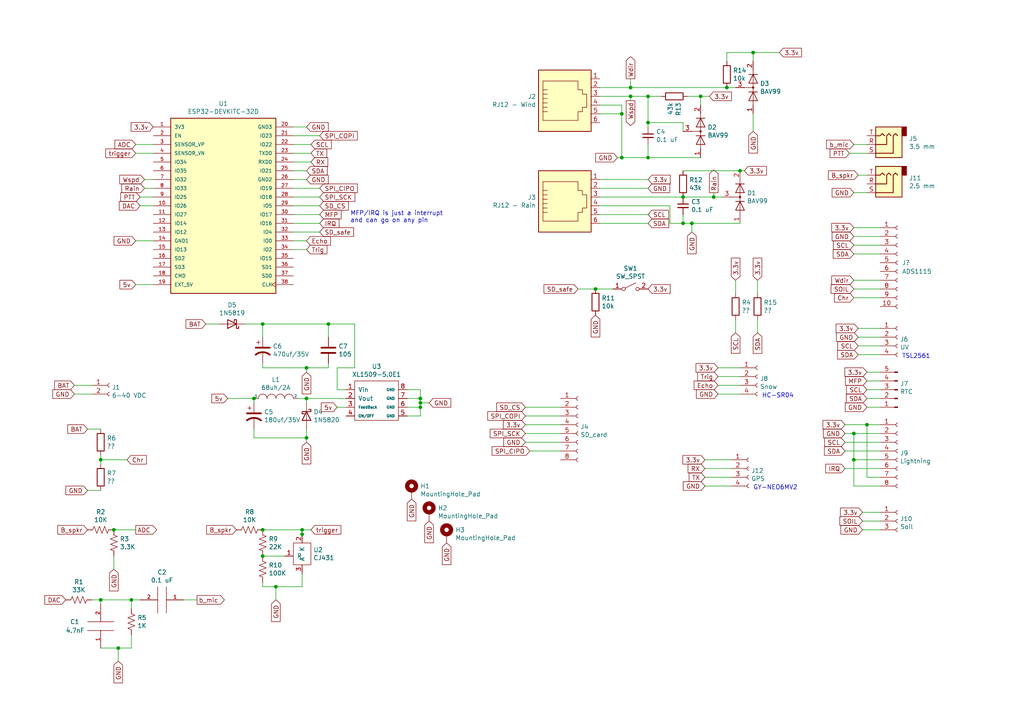
<source format=kicad_sch>
(kicad_sch (version 20211123) (generator eeschema)
  (paper "A4")
  (lib_symbols
    (symbol "Connector:AudioJack3"
      (property "Reference" "J" (at 0 8.89 0))
      (property "Value" "AudioJack3" (at 0 6.35 0))
      (symbol "AudioJack3_1_1"
        (pin passive line (at 5.08 0 180) (length 2.54) (name "~") (number "R"))
        (pin passive line (at 5.08 2.54 180) (length 2.54) (name "~") (number "S"))
        (pin passive line (at 5.08 -2.54 180) (length 2.54) (name "~") (number "T"))
      )
    )
    (symbol "Connector:Conn_01x02_Female" (pin_names (offset 1.016) hide)
      (property "Reference" "J" (at 0 2.54 0))
      (property "Value" "Conn_01x02_Female" (at 0 -5.08 0))
      (symbol "Conn_01x02_Female_1_1"
        (pin passive line (at -5.08 0 0) (length 3.81) (name "Pin_1") (number "1"))
        (pin passive line (at -5.08 -2.54 0) (length 3.81) (name "Pin_2") (number "2"))
      )
    )
    (symbol "Connector:Conn_01x03_Female" (pin_names (offset 1.016) hide)
      (property "Reference" "J" (at 0 5.08 0))
      (property "Value" "Conn_01x03_Female" (at 0 -5.08 0))
      (symbol "Conn_01x03_Female_1_1"
        (pin passive line (at -5.08 2.54 0) (length 3.81) (name "Pin_1") (number "1"))
        (pin passive line (at -5.08 0 0) (length 3.81) (name "Pin_2") (number "2"))
        (pin passive line (at -5.08 -2.54 0) (length 3.81) (name "Pin_3") (number "3"))
      )
    )
    (symbol "Connector:Conn_01x04_Female" (pin_names (offset 1.016) hide)
      (property "Reference" "J" (at 0 5.08 0))
      (property "Value" "Conn_01x04_Female" (at 0 -7.62 0))
      (symbol "Conn_01x04_Female_1_1"
        (pin passive line (at -5.08 2.54 0) (length 3.81) (name "Pin_1") (number "1"))
        (pin passive line (at -5.08 0 0) (length 3.81) (name "Pin_2") (number "2"))
        (pin passive line (at -5.08 -2.54 0) (length 3.81) (name "Pin_3") (number "3"))
        (pin passive line (at -5.08 -5.08 0) (length 3.81) (name "Pin_4") (number "4"))
      )
    )
    (symbol "Connector:Conn_01x05_Male" (pin_names (offset 1.016) hide)
      (property "Reference" "J" (at 0 7.62 0))
      (property "Value" "Conn_01x05_Male" (at 0 -7.62 0))
      (symbol "Conn_01x05_Male_1_1"
        (pin passive line (at 5.08 5.08 180) (length 3.81) (name "Pin_1") (number "1"))
        (pin passive line (at 5.08 2.54 180) (length 3.81) (name "Pin_2") (number "2"))
        (pin passive line (at 5.08 0 180) (length 3.81) (name "Pin_3") (number "3"))
        (pin passive line (at 5.08 -2.54 180) (length 3.81) (name "Pin_4") (number "4"))
        (pin passive line (at 5.08 -5.08 180) (length 3.81) (name "Pin_5") (number "5"))
      )
    )
    (symbol "Connector:Conn_01x08_Female" (pin_names (offset 1.016) hide)
      (property "Reference" "J" (at 0 10.16 0))
      (property "Value" "Conn_01x08_Female" (at 0 -12.7 0))
      (symbol "Conn_01x08_Female_1_1"
        (pin passive line (at -5.08 7.62 0) (length 3.81) (name "Pin_1") (number "1"))
        (pin passive line (at -5.08 5.08 0) (length 3.81) (name "Pin_2") (number "2"))
        (pin passive line (at -5.08 2.54 0) (length 3.81) (name "Pin_3") (number "3"))
        (pin passive line (at -5.08 0 0) (length 3.81) (name "Pin_4") (number "4"))
        (pin passive line (at -5.08 -2.54 0) (length 3.81) (name "Pin_5") (number "5"))
        (pin passive line (at -5.08 -5.08 0) (length 3.81) (name "Pin_6") (number "6"))
        (pin passive line (at -5.08 -7.62 0) (length 3.81) (name "Pin_7") (number "7"))
        (pin passive line (at -5.08 -10.16 0) (length 3.81) (name "Pin_8") (number "8"))
      )
    )
    (symbol "Connector:Conn_01x10_Female" (pin_names (offset 1.016) hide)
      (property "Reference" "J" (at 0 12.7 0))
      (property "Value" "Conn_01x10_Female" (at 0 -15.24 0))
      (symbol "Conn_01x10_Female_1_1"
        (pin passive line (at -5.08 10.16 0) (length 3.81) (name "Pin_1") (number "1"))
        (pin passive line (at -5.08 -12.7 0) (length 3.81) (name "Pin_10") (number "10"))
        (pin passive line (at -5.08 7.62 0) (length 3.81) (name "Pin_2") (number "2"))
        (pin passive line (at -5.08 5.08 0) (length 3.81) (name "Pin_3") (number "3"))
        (pin passive line (at -5.08 2.54 0) (length 3.81) (name "Pin_4") (number "4"))
        (pin passive line (at -5.08 0 0) (length 3.81) (name "Pin_5") (number "5"))
        (pin passive line (at -5.08 -2.54 0) (length 3.81) (name "Pin_6") (number "6"))
        (pin passive line (at -5.08 -5.08 0) (length 3.81) (name "Pin_7") (number "7"))
        (pin passive line (at -5.08 -7.62 0) (length 3.81) (name "Pin_8") (number "8"))
        (pin passive line (at -5.08 -10.16 0) (length 3.81) (name "Pin_9") (number "9"))
      )
    )
    (symbol "Connector:RJ12" (pin_names (offset 1.016))
      (property "Reference" "J" (at -5.08 11.43 0))
      (property "Value" "RJ12" (at 2.54 11.43 0))
      (symbol "RJ12_1_1"
        (pin passive line (at 10.16 -5.08 180) (length 2.54) (name "~") (number "1"))
        (pin passive line (at 10.16 -2.54 180) (length 2.54) (name "~") (number "2"))
        (pin passive line (at 10.16 0 180) (length 2.54) (name "~") (number "3"))
        (pin passive line (at 10.16 2.54 180) (length 2.54) (name "~") (number "4"))
        (pin passive line (at 10.16 5.08 180) (length 2.54) (name "~") (number "5"))
        (pin passive line (at 10.16 7.62 180) (length 2.54) (name "~") (number "6"))
      )
    )
    (symbol "Darty_stuff:XL1509-5.0E1" (pin_names (offset 1.016))
      (property "Reference" "U" (at 0 0 0))
      (property "Value" "Darty_stuff_XL1509-5.0E1" (at 0 0 0))
      (symbol "XL1509-5.0E1_1_1"
        (pin input line (at -6.35 10.16 0) (length 2.54) (name "Vin") (number "1"))
        (pin output line (at -6.35 7.62 0) (length 2.54) (name "Vout") (number "2"))
        (pin input line (at -6.35 5.08 0) (length 2.54) (name "FeedBack") (number "3"))
        (pin input line (at -6.35 2.54 0) (length 2.54) (name "ON/OFF") (number "4"))
        (pin input line (at 11.43 2.54 180) (length 2.54) (name "GND") (number "5"))
        (pin input line (at 11.43 5.08 180) (length 2.54) (name "GND") (number "6"))
        (pin input line (at 11.43 7.62 180) (length 2.54) (name "GND") (number "7"))
        (pin input line (at 11.43 10.16 180) (length 2.54) (name "GND") (number "8"))
      )
    )
    (symbol "Device:C" (pin_numbers hide) (pin_names (offset 0.254))
      (property "Reference" "C" (at 0.635 2.54 0))
      (property "Value" "C" (at 0.635 -2.54 0))
      (symbol "C_1_1"
        (pin passive line (at 0 3.81 270) (length 2.794) (name "~") (number "1"))
        (pin passive line (at 0 -3.81 90) (length 2.794) (name "~") (number "2"))
      )
    )
    (symbol "Device:CP1" (pin_numbers hide) (pin_names (offset 0.254) hide)
      (property "Reference" "C" (at 0.635 2.54 0))
      (property "Value" "Device_CP1" (at 0.635 -2.54 0))
      (symbol "CP1_1_1"
        (pin passive line (at 0 3.81 270) (length 2.794) (name "~") (number "1"))
        (pin passive line (at 0 -3.81 90) (length 3.302) (name "~") (number "2"))
      )
    )
    (symbol "Device:C_Small" (pin_numbers hide) (pin_names (offset 0.254) hide)
      (property "Reference" "C" (at 0.254 1.778 0))
      (property "Value" "C_Small" (at 0.254 -2.032 0))
      (symbol "C_Small_1_1"
        (pin passive line (at 0 2.54 270) (length 2.032) (name "~") (number "1"))
        (pin passive line (at 0 -2.54 90) (length 2.032) (name "~") (number "2"))
      )
    )
    (symbol "Device:R" (pin_numbers hide) (pin_names (offset 0))
      (property "Reference" "R" (at 2.032 0 90))
      (property "Value" "R" (at 0 0 90))
      (symbol "R_1_1"
        (pin passive line (at 0 3.81 270) (length 1.27) (name "~") (number "1"))
        (pin passive line (at 0 -3.81 90) (length 1.27) (name "~") (number "2"))
      )
    )
    (symbol "Device:R_US" (pin_numbers hide) (pin_names (offset 0))
      (property "Reference" "R" (at 2.54 0 90))
      (property "Value" "R_US" (at -2.54 0 90))
      (symbol "R_US_1_1"
        (pin passive line (at 0 3.81 270) (length 1.27) (name "~") (number "1"))
        (pin passive line (at 0 -3.81 90) (length 1.27) (name "~") (number "2"))
      )
    )
    (symbol "Diode:1N5819" (pin_numbers hide) (pin_names (offset 1.016) hide)
      (property "Reference" "D" (at 0 2.54 0))
      (property "Value" "1N5819" (at 0 -2.54 0))
      (symbol "1N5819_1_1"
        (pin passive line (at -3.81 0 0) (length 2.54) (name "K") (number "1"))
        (pin passive line (at 3.81 0 180) (length 2.54) (name "A") (number "2"))
      )
    )
    (symbol "Diode:1N5820" (pin_numbers hide) (pin_names (offset 1.016) hide)
      (property "Reference" "D" (at 0 2.54 0))
      (property "Value" "1N5820" (at 0 -2.54 0))
      (symbol "1N5820_1_1"
        (pin passive line (at -3.81 0 0) (length 2.54) (name "K") (number "1"))
        (pin passive line (at 3.81 0 180) (length 2.54) (name "A") (number "2"))
      )
    )
    (symbol "Diode:BAV99" (pin_names hide)
      (property "Reference" "D" (at 0 5.08 0))
      (property "Value" "BAV99" (at 0 2.54 0))
      (symbol "BAV99_1_1"
        (pin passive line (at -7.62 0 0) (length 2.54) (name "K") (number "1"))
        (pin passive line (at 7.62 0 180) (length 2.54) (name "A") (number "2"))
        (pin passive line (at 0 -5.08 90) (length 2.54) (name "K") (number "3"))
      )
    )
    (symbol "Mechanical:MountingHole_Pad" (pin_numbers hide) (pin_names (offset 1.016) hide)
      (property "Reference" "H" (at 0 6.35 0))
      (property "Value" "MountingHole_Pad" (at 0 4.445 0))
      (symbol "MountingHole_Pad_1_1"
        (pin input line (at 0 -2.54 90) (length 2.54) (name "1") (number "1"))
      )
    )
    (symbol "Switch:SW_SPST" (pin_names (offset 0) hide)
      (property "Reference" "SW" (at 0 3.175 0))
      (property "Value" "SW_SPST" (at 0 -2.54 0))
      (symbol "SW_SPST_1_1"
        (pin passive line (at -5.08 0 0) (length 2.54) (name "A") (number "1"))
        (pin passive line (at 5.08 0 180) (length 2.54) (name "B") (number "2"))
      )
    )
    (symbol "Weather-rescue:CJ431" (pin_names (offset 1.016))
      (property "Reference" "U" (at 0 2.54 0))
      (property "Value" "CJ431" (at 0 0 0))
      (symbol "CJ431_1_1"
        (pin bidirectional line (at -11.43 0 0) (length 2.54) (name "R") (number "1"))
        (pin bidirectional line (at -6.35 6.35 270) (length 2.54) (name "K") (number "2"))
        (pin bidirectional line (at -6.35 -5.08 90) (length 2.54) (name "A") (number "3"))
      )
    )
    (symbol "Weather-rescue:ESP32-DEVKITC-32D-ESP32-DEVKITC-32D" (pin_names (offset 1.016))
      (property "Reference" "U" (at -15.2654 26.0604 0))
      (property "Value" "ESP32-DEVKITC-32D-ESP32-DEVKITC-32D" (at -15.2654 -27.9654 0))
      (symbol "ESP32-DEVKITC-32D-ESP32-DEVKITC-32D_0_0"
        (pin power_in line (at -20.32 22.86 0) (length 5.08) (name "3V3") (number "1"))
        (pin bidirectional line (at -20.32 0 0) (length 5.08) (name "IO26") (number "10"))
        (pin bidirectional line (at -20.32 -2.54 0) (length 5.08) (name "IO27") (number "11"))
        (pin bidirectional line (at -20.32 -5.08 0) (length 5.08) (name "IO14") (number "12"))
        (pin bidirectional line (at -20.32 -7.62 0) (length 5.08) (name "IO12") (number "13"))
        (pin power_in line (at -20.32 -10.16 0) (length 5.08) (name "GND1") (number "14"))
        (pin bidirectional line (at -20.32 -12.7 0) (length 5.08) (name "IO13") (number "15"))
        (pin bidirectional line (at -20.32 -15.24 0) (length 5.08) (name "SD2") (number "16"))
        (pin bidirectional line (at -20.32 -17.78 0) (length 5.08) (name "SD3") (number "17"))
        (pin bidirectional line (at -20.32 -20.32 0) (length 5.08) (name "CMD") (number "18"))
        (pin power_in line (at -20.32 -22.86 0) (length 5.08) (name "EXT_5V") (number "19"))
        (pin input line (at -20.32 20.32 0) (length 5.08) (name "EN") (number "2"))
        (pin power_in line (at 20.32 22.86 180) (length 5.08) (name "GND3") (number "20"))
        (pin bidirectional line (at 20.32 20.32 180) (length 5.08) (name "IO23") (number "21"))
        (pin bidirectional line (at 20.32 17.78 180) (length 5.08) (name "IO22") (number "22"))
        (pin output line (at 20.32 15.24 180) (length 5.08) (name "TXD0") (number "23"))
        (pin input line (at 20.32 12.7 180) (length 5.08) (name "RXD0") (number "24"))
        (pin bidirectional line (at 20.32 10.16 180) (length 5.08) (name "IO21") (number "25"))
        (pin power_in line (at 20.32 7.62 180) (length 5.08) (name "GND2") (number "26"))
        (pin bidirectional line (at 20.32 5.08 180) (length 5.08) (name "IO19") (number "27"))
        (pin bidirectional line (at 20.32 2.54 180) (length 5.08) (name "IO18") (number "28"))
        (pin bidirectional line (at 20.32 0 180) (length 5.08) (name "IO5") (number "29"))
        (pin input line (at -20.32 17.78 0) (length 5.08) (name "SENSOR_VP") (number "3"))
        (pin bidirectional line (at 20.32 -2.54 180) (length 5.08) (name "IO17") (number "30"))
        (pin bidirectional line (at 20.32 -5.08 180) (length 5.08) (name "IO16") (number "31"))
        (pin bidirectional line (at 20.32 -7.62 180) (length 5.08) (name "IO4") (number "32"))
        (pin bidirectional line (at 20.32 -10.16 180) (length 5.08) (name "IO0") (number "33"))
        (pin bidirectional line (at 20.32 -12.7 180) (length 5.08) (name "IO2") (number "34"))
        (pin bidirectional line (at 20.32 -15.24 180) (length 5.08) (name "IO15") (number "35"))
        (pin bidirectional line (at 20.32 -17.78 180) (length 5.08) (name "SD1") (number "36"))
        (pin bidirectional line (at 20.32 -20.32 180) (length 5.08) (name "SD0") (number "37"))
        (pin input clock (at 20.32 -22.86 180) (length 5.08) (name "CLK") (number "38"))
        (pin input line (at -20.32 15.24 0) (length 5.08) (name "SENSOR_VN") (number "4"))
        (pin bidirectional line (at -20.32 12.7 0) (length 5.08) (name "IO34") (number "5"))
        (pin bidirectional line (at -20.32 10.16 0) (length 5.08) (name "IO35") (number "6"))
        (pin bidirectional line (at -20.32 7.62 0) (length 5.08) (name "IO32") (number "7"))
        (pin bidirectional line (at -20.32 5.08 0) (length 5.08) (name "IO33") (number "8"))
        (pin bidirectional line (at -20.32 2.54 0) (length 5.08) (name "IO25") (number "9"))
      )
    )
    (symbol "pspice:CAP" (pin_names (offset 0.254))
      (property "Reference" "C" (at 2.54 3.81 90))
      (property "Value" "CAP" (at 2.54 -3.81 90))
      (symbol "CAP_1_1"
        (pin passive line (at 0 6.35 270) (length 5.08) (name "~") (number "1"))
        (pin passive line (at 0 -6.35 90) (length 5.08) (name "~") (number "2"))
      )
    )
    (symbol "pspice:INDUCTOR" (pin_numbers hide) (pin_names (offset 0))
      (property "Reference" "L" (at 0 2.54 0))
      (property "Value" "INDUCTOR" (at 0 -1.27 0))
      (symbol "INDUCTOR_1_1"
        (pin input line (at -6.35 0 0) (length 1.27) (name "1") (number "1"))
        (pin input line (at 6.35 0 180) (length 1.27) (name "2") (number "2"))
      )
    )
  )
  (junction (at 247.65 133.35))
  (junction (at 88.9 127))
  (junction (at 121.92 115.57))
  (junction (at 88.9 106.68))
  (junction (at 73.66 115.57))
  (junction (at 180.34 45.72))
  (junction (at 121.92 118.11))
  (junction (at 29.21 133.35))
  (junction (at 87.63 154.94))
  (junction (at 172.72 83.82))
  (junction (at 87.63 153.67))
  (junction (at 76.2 153.67))
  (junction (at 198.12 57.15))
  (junction (at 88.9 115.57))
  (junction (at 38.1 173.99))
  (junction (at 187.96 45.72))
  (junction (at 251.46 123.19))
  (junction (at 247.65 125.73))
  (junction (at 207.01 57.15))
  (junction (at 180.34 33.02))
  (junction (at 187.96 35.56))
  (junction (at 198.12 64.77))
  (junction (at 182.88 27.94))
  (junction (at 29.21 173.99))
  (junction (at 34.29 187.96))
  (junction (at 200.66 64.77))
  (junction (at 182.88 25.4))
  (junction (at 76.2 161.29))
  (junction (at 95.25 93.98))
  (junction (at 218.44 15.24))
  (junction (at 80.01 170.18))
  (junction (at 187.96 27.94))
  (junction (at 214.63 49.53))
  (junction (at 121.92 116.84))
  (junction (at 33.02 153.67))
  (junction (at 210.82 25.4))
  (junction (at 76.2 93.98))
  (junction (at 203.2 27.94))
  (wire (pts (xy 187.96 54.61) (xy 173.99 54.61)))
  (wire (pts (xy 102.87 106.68) (xy 97.79 106.68)))
  (wire (pts (xy 97.79 118.11) (xy 100.33 118.11)))
  (wire (pts (xy 88.9 115.57) (xy 100.33 115.57)))
  (wire (pts (xy 194.31 64.77) (xy 198.12 64.77)))
  (wire (pts (xy 214.63 114.3) (xy 208.28 114.3)))
  (wire (pts (xy 173.99 62.23) (xy 187.96 62.23)))
  (wire (pts (xy 118.11 113.03) (xy 121.92 113.03)))
  (wire (pts (xy 247.65 83.82) (xy 255.27 83.82)))
  (wire (pts (xy 247.65 140.97) (xy 255.27 140.97)))
  (wire (pts (xy 25.4 124.46) (xy 29.21 124.46)))
  (wire (pts (xy 39.37 69.85) (xy 44.45 69.85)))
  (wire (pts (xy 87.63 170.18) (xy 80.01 170.18)))
  (wire (pts (xy 182.88 25.4) (xy 210.82 25.4)))
  (wire (pts (xy 92.71 67.31) (xy 85.09 67.31)))
  (wire (pts (xy 200.66 64.77) (xy 214.63 64.77)))
  (wire (pts (xy 187.96 27.94) (xy 191.77 27.94)))
  (wire (pts (xy 71.12 93.98) (xy 76.2 93.98)))
  (wire (pts (xy 187.96 35.56) (xy 198.12 35.56)))
  (wire (pts (xy 210.82 15.24) (xy 218.44 15.24)))
  (wire (pts (xy 255.27 115.57) (xy 251.46 115.57)))
  (wire (pts (xy 247.65 125.73) (xy 255.27 125.73)))
  (wire (pts (xy 173.99 57.15) (xy 198.12 57.15)))
  (wire (pts (xy 208.28 111.76) (xy 214.63 111.76)))
  (wire (pts (xy 173.99 25.4) (xy 182.88 25.4)))
  (wire (pts (xy 247.65 133.35) (xy 247.65 125.73)))
  (wire (pts (xy 247.65 133.35) (xy 255.27 133.35)))
  (wire (pts (xy 198.12 49.53) (xy 214.63 49.53)))
  (wire (pts (xy 255.27 135.89) (xy 245.11 135.89)))
  (wire (pts (xy 26.67 173.99) (xy 29.21 173.99)))
  (wire (pts (xy 90.17 46.99) (xy 85.09 46.99)))
  (wire (pts (xy 247.65 140.97) (xy 247.65 133.35)))
  (wire (pts (xy 248.92 97.79) (xy 255.27 97.79)))
  (wire (pts (xy 25.4 142.24) (xy 29.21 142.24)))
  (wire (pts (xy 21.59 111.76) (xy 26.67 111.76)))
  (wire (pts (xy 214.63 49.53) (xy 215.9 49.53)))
  (wire (pts (xy 38.1 173.99) (xy 40.64 173.99)))
  (wire (pts (xy 90.17 41.91) (xy 85.09 41.91)))
  (wire (pts (xy 194.31 59.69) (xy 194.31 64.77)))
  (wire (pts (xy 66.04 115.57) (xy 73.66 115.57)))
  (wire (pts (xy 251.46 113.03) (xy 255.27 113.03)))
  (wire (pts (xy 187.96 27.94) (xy 187.96 35.56)))
  (wire (pts (xy 121.92 120.65) (xy 118.11 120.65)))
  (wire (pts (xy 255.27 148.59) (xy 250.19 148.59)))
  (wire (pts (xy 88.9 127) (xy 88.9 124.46)))
  (wire (pts (xy 152.4 120.65) (xy 162.56 120.65)))
  (wire (pts (xy 153.67 130.81) (xy 162.56 130.81)))
  (wire (pts (xy 247.65 55.88) (xy 251.46 55.88)))
  (wire (pts (xy 172.72 83.82) (xy 177.8 83.82)))
  (wire (pts (xy 29.21 173.99) (xy 29.21 175.26)))
  (wire (pts (xy 76.2 170.18) (xy 80.01 170.18)))
  (wire (pts (xy 247.65 71.12) (xy 255.27 71.12)))
  (wire (pts (xy 212.09 135.89) (xy 204.47 135.89)))
  (wire (pts (xy 80.01 170.18) (xy 80.01 173.99)))
  (wire (pts (xy 204.47 133.35) (xy 212.09 133.35)))
  (wire (pts (xy 92.71 62.23) (xy 85.09 62.23)))
  (wire (pts (xy 88.9 106.68) (xy 95.25 106.68)))
  (wire (pts (xy 39.37 82.55) (xy 44.45 82.55)))
  (wire (pts (xy 209.55 57.15) (xy 207.01 57.15)))
  (wire (pts (xy 199.39 27.94) (xy 203.2 27.94)))
  (wire (pts (xy 180.34 45.72) (xy 187.96 45.72)))
  (wire (pts (xy 251.46 123.19) (xy 255.27 123.19)))
  (wire (pts (xy 88.9 115.57) (xy 88.9 116.84)))
  (wire (pts (xy 173.99 52.07) (xy 187.96 52.07)))
  (wire (pts (xy 152.4 123.19) (xy 162.56 123.19)))
  (wire (pts (xy 118.11 115.57) (xy 121.92 115.57)))
  (wire (pts (xy 40.64 59.69) (xy 44.45 59.69)))
  (wire (pts (xy 39.37 41.91) (xy 44.45 41.91)))
  (wire (pts (xy 219.71 96.52) (xy 219.71 92.71)))
  (wire (pts (xy 218.44 38.1) (xy 218.44 33.02)))
  (wire (pts (xy 121.92 118.11) (xy 121.92 120.65)))
  (wire (pts (xy 198.12 64.77) (xy 200.66 64.77)))
  (wire (pts (xy 29.21 133.35) (xy 36.83 133.35)))
  (wire (pts (xy 200.66 64.77) (xy 200.66 67.31)))
  (wire (pts (xy 247.65 68.58) (xy 255.27 68.58)))
  (wire (pts (xy 86.36 115.57) (xy 88.9 115.57)))
  (wire (pts (xy 213.36 25.4) (xy 210.82 25.4)))
  (wire (pts (xy 76.2 93.98) (xy 95.25 93.98)))
  (wire (pts (xy 152.4 118.11) (xy 162.56 118.11)))
  (wire (pts (xy 173.99 59.69) (xy 194.31 59.69)))
  (wire (pts (xy 167.64 83.82) (xy 172.72 83.82)))
  (wire (pts (xy 247.65 41.91) (xy 251.46 41.91)))
  (wire (pts (xy 251.46 107.95) (xy 255.27 107.95)))
  (wire (pts (xy 102.87 93.98) (xy 102.87 106.68)))
  (wire (pts (xy 208.28 106.68) (xy 214.63 106.68)))
  (wire (pts (xy 173.99 27.94) (xy 182.88 27.94)))
  (wire (pts (xy 204.47 138.43) (xy 212.09 138.43)))
  (wire (pts (xy 173.99 30.48) (xy 180.34 30.48)))
  (wire (pts (xy 213.36 81.28) (xy 213.36 85.09)))
  (wire (pts (xy 251.46 118.11) (xy 255.27 118.11)))
  (wire (pts (xy 29.21 133.35) (xy 29.21 134.62)))
  (wire (pts (xy 203.2 27.94) (xy 203.2 30.48)))
  (wire (pts (xy 44.45 52.07) (xy 41.91 52.07)))
  (wire (pts (xy 214.63 109.22) (xy 208.28 109.22)))
  (wire (pts (xy 92.71 59.69) (xy 85.09 59.69)))
  (wire (pts (xy 152.4 128.27) (xy 162.56 128.27)))
  (wire (pts (xy 34.29 191.77) (xy 34.29 187.96)))
  (wire (pts (xy 29.21 173.99) (xy 38.1 173.99)))
  (wire (pts (xy 41.91 54.61) (xy 44.45 54.61)))
  (wire (pts (xy 63.5 93.98) (xy 59.69 93.98)))
  (wire (pts (xy 73.66 124.46) (xy 73.66 127)))
  (wire (pts (xy 44.45 44.45) (xy 39.37 44.45)))
  (wire (pts (xy 187.96 41.91) (xy 187.96 45.72)))
  (wire (pts (xy 207.01 57.15) (xy 198.12 57.15)))
  (wire (pts (xy 95.25 93.98) (xy 95.25 97.79)))
  (wire (pts (xy 38.1 187.96) (xy 38.1 184.15)))
  (wire (pts (xy 121.92 113.03) (xy 121.92 115.57)))
  (wire (pts (xy 76.2 93.98) (xy 76.2 97.79)))
  (wire (pts (xy 213.36 92.71) (xy 213.36 96.52)))
  (wire (pts (xy 88.9 72.39) (xy 85.09 72.39)))
  (wire (pts (xy 187.96 35.56) (xy 187.96 36.83)))
  (wire (pts (xy 219.71 81.28) (xy 219.71 85.09)))
  (wire (pts (xy 173.99 33.02) (xy 180.34 33.02)))
  (wire (pts (xy 57.15 173.99) (xy 53.34 173.99)))
  (wire (pts (xy 205.74 27.94) (xy 203.2 27.94)))
  (wire (pts (xy 85.09 69.85) (xy 88.9 69.85)))
  (wire (pts (xy 187.96 45.72) (xy 203.2 45.72)))
  (wire (pts (xy 210.82 17.78) (xy 210.82 15.24)))
  (wire (pts (xy 255.27 95.25) (xy 248.92 95.25)))
  (wire (pts (xy 218.44 17.78) (xy 218.44 15.24)))
  (wire (pts (xy 121.92 116.84) (xy 121.92 118.11)))
  (wire (pts (xy 255.27 100.33) (xy 248.92 100.33)))
  (wire (pts (xy 95.25 93.98) (xy 102.87 93.98)))
  (wire (pts (xy 76.2 106.68) (xy 88.9 106.68)))
  (wire (pts (xy 173.99 64.77) (xy 187.96 64.77)))
  (wire (pts (xy 92.71 39.37) (xy 85.09 39.37)))
  (wire (pts (xy 38.1 173.99) (xy 38.1 176.53)))
  (wire (pts (xy 88.9 106.68) (xy 88.9 107.95)))
  (wire (pts (xy 121.92 115.57) (xy 121.92 116.84)))
  (wire (pts (xy 124.46 116.84) (xy 121.92 116.84)))
  (wire (pts (xy 88.9 128.27) (xy 88.9 127)))
  (wire (pts (xy 251.46 123.19) (xy 251.46 138.43)))
  (wire (pts (xy 92.71 64.77) (xy 85.09 64.77)))
  (wire (pts (xy 34.29 187.96) (xy 38.1 187.96)))
  (wire (pts (xy 251.46 138.43) (xy 255.27 138.43)))
  (wire (pts (xy 44.45 57.15) (xy 40.64 57.15)))
  (wire (pts (xy 246.38 44.45) (xy 251.46 44.45)))
  (wire (pts (xy 180.34 33.02) (xy 180.34 45.72)))
  (wire (pts (xy 76.2 168.91) (xy 76.2 170.18)))
  (wire (pts (xy 182.88 22.86) (xy 182.88 25.4)))
  (wire (pts (xy 29.21 132.08) (xy 29.21 133.35)))
  (wire (pts (xy 245.11 130.81) (xy 255.27 130.81)))
  (wire (pts (xy 198.12 35.56) (xy 198.12 38.1)))
  (wire (pts (xy 90.17 44.45) (xy 85.09 44.45)))
  (wire (pts (xy 218.44 15.24) (xy 226.06 15.24)))
  (wire (pts (xy 250.19 151.13) (xy 255.27 151.13)))
  (wire (pts (xy 255.27 110.49) (xy 251.46 110.49)))
  (wire (pts (xy 247.65 81.28) (xy 255.27 81.28)))
  (wire (pts (xy 33.02 165.1) (xy 33.02 161.29)))
  (wire (pts (xy 76.2 105.41) (xy 76.2 106.68)))
  (wire (pts (xy 182.88 29.21) (xy 182.88 27.94)))
  (wire (pts (xy 82.55 161.29) (xy 76.2 161.29)))
  (wire (pts (xy 33.02 153.67) (xy 39.37 153.67)))
  (wire (pts (xy 250.19 153.67) (xy 255.27 153.67)))
  (wire (pts (xy 73.66 127) (xy 88.9 127)))
  (wire (pts (xy 87.63 154.94) (xy 87.63 153.67)))
  (wire (pts (xy 245.11 123.19) (xy 251.46 123.19)))
  (wire (pts (xy 87.63 166.37) (xy 87.63 170.18)))
  (wire (pts (xy 26.67 114.3) (xy 21.59 114.3)))
  (wire (pts (xy 97.79 106.68) (xy 97.79 113.03)))
  (wire (pts (xy 88.9 36.83) (xy 85.09 36.83)))
  (wire (pts (xy 97.79 113.03) (xy 100.33 113.03)))
  (wire (pts (xy 76.2 153.67) (xy 87.63 153.67)))
  (wire (pts (xy 182.88 27.94) (xy 187.96 27.94)))
  (wire (pts (xy 73.66 115.57) (xy 73.66 116.84)))
  (wire (pts (xy 29.21 187.96) (xy 34.29 187.96)))
  (wire (pts (xy 248.92 102.87) (xy 255.27 102.87)))
  (wire (pts (xy 118.11 118.11) (xy 121.92 118.11)))
  (wire (pts (xy 87.63 156.21) (xy 87.63 154.94)))
  (wire (pts (xy 247.65 73.66) (xy 255.27 73.66)))
  (wire (pts (xy 180.34 45.72) (xy 179.07 45.72)))
  (wire (pts (xy 247.65 86.36) (xy 255.27 86.36)))
  (wire (pts (xy 212.09 140.97) (xy 204.47 140.97)))
  (wire (pts (xy 87.63 153.67) (xy 90.17 153.67)))
  (wire (pts (xy 95.25 106.68) (xy 95.25 105.41)))
  (wire (pts (xy 198.12 64.77) (xy 198.12 62.23)))
  (wire (pts (xy 162.56 125.73) (xy 152.4 125.73)))
  (wire (pts (xy 88.9 52.07) (xy 85.09 52.07)))
  (wire (pts (xy 247.65 66.04) (xy 255.27 66.04)))
  (wire (pts (xy 92.71 57.15) (xy 85.09 57.15)))
  (wire (pts (xy 207.01 55.88) (xy 207.01 57.15)))
  (wire (pts (xy 255.27 128.27) (xy 245.11 128.27)))
  (wire (pts (xy 92.71 54.61) (xy 85.09 54.61)))
  (wire (pts (xy 245.11 125.73) (xy 247.65 125.73)))
  (wire (pts (xy 88.9 49.53) (xy 85.09 49.53)))
  (wire (pts (xy 248.92 50.8) (xy 251.46 50.8)))
  (wire (pts (xy 180.34 30.48) (xy 180.34 33.02)))
  (text "GY-NEO6MV2" (at 218.44 142.24 0) (effects (font (size 1.27 1.27)) (justify left bottom)))
  (text "TSL2561" (at 261.62 104.14 0) (effects (font (size 1.27 1.27)) (justify left bottom)))
  (text "MFP/IRQ is just a interrupt\nand can go on any pin" (at 101.6 64.77 0) (effects (font (size 1.27 1.27)) (justify left bottom)))
  (text "HC-SR04" (at 220.98 115.57 0) (effects (font (size 1.27 1.27)) (justify left bottom)))
  (global_label "SOIL" (shape input) (at 250.19 151.13 180) (property "Intersheet References" "${INTERSHEET_REFS}" (effects hide)))
  (global_label "GND" (shape input) (at 247.65 55.88 180) (property "Intersheet References" "${INTERSHEET_REFS}" (effects hide)))
  (global_label "GND" (shape input) (at 251.46 118.11 180) (property "Intersheet References" "${INTERSHEET_REFS}" (effects hide)))
  (global_label "Rain" (shape output) (at 207.01 55.88 90) (property "Intersheet References" "${INTERSHEET_REFS}" (effects hide)))
  (global_label "ADC" (shape input) (at 39.37 41.91 180) (property "Intersheet References" "${INTERSHEET_REFS}" (effects hide)))
  (global_label "SCL" (shape input) (at 248.92 100.33 180) (property "Intersheet References" "${INTERSHEET_REFS}" (effects hide)))
  (global_label "Chr" (shape input) (at 36.83 133.35 0) (property "Intersheet References" "${INTERSHEET_REFS}" (effects hide)))
  (global_label "3.3v" (shape input) (at 44.45 36.83 180) (property "Intersheet References" "${INTERSHEET_REFS}" (effects hide)))
  (global_label "IRQ" (shape input) (at 245.11 135.89 180) (property "Intersheet References" "${INTERSHEET_REFS}" (effects hide)))
  (global_label "3.3v" (shape input) (at 187.96 52.07 0) (property "Intersheet References" "${INTERSHEET_REFS}" (effects hide)))
  (global_label "SCL" (shape input) (at 213.36 96.52 270) (property "Intersheet References" "${INTERSHEET_REFS}" (effects hide)))
  (global_label "3.3v" (shape input) (at 215.9 49.53 0) (property "Intersheet References" "${INTERSHEET_REFS}" (effects hide)))
  (global_label "B_spkr" (shape input) (at 25.4 153.67 180) (property "Intersheet References" "${INTERSHEET_REFS}" (effects hide)))
  (global_label "GND" (shape input) (at 152.4 128.27 180) (property "Intersheet References" "${INTERSHEET_REFS}" (effects hide)))
  (global_label "3.3v" (shape input) (at 187.96 83.82 0) (property "Intersheet References" "${INTERSHEET_REFS}" (effects hide)))
  (global_label "BAT" (shape input) (at 21.59 111.76 180) (property "Intersheet References" "${INTERSHEET_REFS}" (effects hide)))
  (global_label "PTT" (shape input) (at 246.38 44.45 180) (property "Intersheet References" "${INTERSHEET_REFS}" (effects hide)))
  (global_label "trigger" (shape input) (at 90.17 153.67 0) (property "Intersheet References" "${INTERSHEET_REFS}" (effects hide)))
  (global_label "Trig" (shape input) (at 88.9 72.39 0) (property "Intersheet References" "${INTERSHEET_REFS}" (effects hide)))
  (global_label "BAT" (shape input) (at 59.69 93.98 180) (property "Intersheet References" "${INTERSHEET_REFS}" (effects hide)))
  (global_label "SCL" (shape input) (at 187.96 62.23 0) (property "Intersheet References" "${INTERSHEET_REFS}" (effects hide)))
  (global_label "3.3v" (shape input) (at 213.36 81.28 90) (property "Intersheet References" "${INTERSHEET_REFS}" (effects hide)))
  (global_label "3.3v" (shape input) (at 204.47 133.35 180) (property "Intersheet References" "${INTERSHEET_REFS}" (effects hide)))
  (global_label "Echo" (shape input) (at 208.28 111.76 180) (property "Intersheet References" "${INTERSHEET_REFS}" (effects hide)))
  (global_label "DAC" (shape input) (at 40.64 59.69 180) (property "Intersheet References" "${INTERSHEET_REFS}" (effects hide)))
  (global_label "MFP" (shape input) (at 251.46 110.49 180) (property "Intersheet References" "${INTERSHEET_REFS}" (effects hide)))
  (global_label "3.3v" (shape input) (at 152.4 123.19 180) (property "Intersheet References" "${INTERSHEET_REFS}" (effects hide)))
  (global_label "RX" (shape input) (at 90.17 46.99 0) (property "Intersheet References" "${INTERSHEET_REFS}" (effects hide)))
  (global_label "SDA" (shape input) (at 251.46 115.57 180) (property "Intersheet References" "${INTERSHEET_REFS}" (effects hide)))
  (global_label "b_mic" (shape input) (at 247.65 41.91 180) (property "Intersheet References" "${INTERSHEET_REFS}" (effects hide)))
  (global_label "SDA" (shape input) (at 248.92 102.87 180) (property "Intersheet References" "${INTERSHEET_REFS}" (effects hide)))
  (global_label "Echo" (shape input) (at 88.9 69.85 0) (property "Intersheet References" "${INTERSHEET_REFS}" (effects hide)))
  (global_label "GND" (shape input) (at 129.54 157.48 270) (property "Intersheet References" "${INTERSHEET_REFS}" (effects hide)))
  (global_label "Wspd" (shape input) (at 41.91 52.07 180) (property "Intersheet References" "${INTERSHEET_REFS}" (effects hide)))
  (global_label "SD_safe" (shape input) (at 92.71 67.31 0) (property "Intersheet References" "${INTERSHEET_REFS}" (effects hide)))
  (global_label "GND" (shape input) (at 124.46 116.84 0) (property "Intersheet References" "${INTERSHEET_REFS}" (effects hide)))
  (global_label "Rain" (shape input) (at 41.91 54.61 180) (property "Intersheet References" "${INTERSHEET_REFS}" (effects hide)))
  (global_label "Chr" (shape input) (at 247.65 86.36 180) (property "Intersheet References" "${INTERSHEET_REFS}" (effects hide)))
  (global_label "SD_CS" (shape input) (at 92.71 59.69 0) (property "Intersheet References" "${INTERSHEET_REFS}" (effects hide)))
  (global_label "B_spkr" (shape input) (at 248.92 50.8 180) (property "Intersheet References" "${INTERSHEET_REFS}" (effects hide)))
  (global_label "GND" (shape input) (at 88.9 128.27 270) (property "Intersheet References" "${INTERSHEET_REFS}" (effects hide)))
  (global_label "BAT" (shape input) (at 25.4 124.46 180) (property "Intersheet References" "${INTERSHEET_REFS}" (effects hide)))
  (global_label "trigger" (shape input) (at 39.37 44.45 180) (property "Intersheet References" "${INTERSHEET_REFS}" (effects hide)))
  (global_label "GND" (shape input) (at 21.59 114.3 180) (property "Intersheet References" "${INTERSHEET_REFS}" (effects hide)))
  (global_label "MFP" (shape input) (at 92.71 62.23 0) (property "Intersheet References" "${INTERSHEET_REFS}" (effects hide)))
  (global_label "IRQ" (shape input) (at 92.71 64.77 0) (property "Intersheet References" "${INTERSHEET_REFS}" (effects hide)))
  (global_label "SPI_SCK" (shape input) (at 92.71 57.15 0) (property "Intersheet References" "${INTERSHEET_REFS}" (effects hide)))
  (global_label "RX" (shape input) (at 204.47 135.89 180) (property "Intersheet References" "${INTERSHEET_REFS}" (effects hide)))
  (global_label "SD_CS" (shape input) (at 152.4 118.11 180) (property "Intersheet References" "${INTERSHEET_REFS}" (effects hide)))
  (global_label "GND" (shape input) (at 179.07 45.72 180) (property "Intersheet References" "${INTERSHEET_REFS}" (effects hide)))
  (global_label "GND" (shape input) (at 204.47 140.97 180) (property "Intersheet References" "${INTERSHEET_REFS}" (effects hide)))
  (global_label "3.3v" (shape input) (at 219.71 81.28 90) (property "Intersheet References" "${INTERSHEET_REFS}" (effects hide)))
  (global_label "SCL" (shape input) (at 251.46 113.03 180) (property "Intersheet References" "${INTERSHEET_REFS}" (effects hide)))
  (global_label "SCL" (shape input) (at 245.11 128.27 180) (property "Intersheet References" "${INTERSHEET_REFS}" (effects hide)))
  (global_label "SD_safe" (shape input) (at 167.64 83.82 180) (property "Intersheet References" "${INTERSHEET_REFS}" (effects hide)))
  (global_label "GND" (shape input) (at 88.9 107.95 270) (property "Intersheet References" "${INTERSHEET_REFS}" (effects hide)))
  (global_label "b_mic" (shape output) (at 57.15 173.99 0) (property "Intersheet References" "${INTERSHEET_REFS}" (effects hide)))
  (global_label "GND" (shape input) (at 88.9 52.07 0) (property "Intersheet References" "${INTERSHEET_REFS}" (effects hide)))
  (global_label "SPI_COPI" (shape input) (at 92.71 39.37 0) (property "Intersheet References" "${INTERSHEET_REFS}" (effects hide)))
  (global_label "DAC" (shape input) (at 19.05 173.99 180) (property "Intersheet References" "${INTERSHEET_REFS}" (effects hide)))
  (global_label "SDA" (shape input) (at 219.71 96.52 270) (property "Intersheet References" "${INTERSHEET_REFS}" (effects hide)))
  (global_label "SPI_COPI" (shape input) (at 152.4 120.65 180) (property "Intersheet References" "${INTERSHEET_REFS}" (effects hide)))
  (global_label "GND" (shape input) (at 187.96 54.61 0) (property "Intersheet References" "${INTERSHEET_REFS}" (effects hide)))
  (global_label "SDA" (shape input) (at 187.96 64.77 0) (property "Intersheet References" "${INTERSHEET_REFS}" (effects hide)))
  (global_label "5v" (shape input) (at 39.37 82.55 180) (property "Intersheet References" "${INTERSHEET_REFS}" (effects hide)))
  (global_label "Wdir" (shape output) (at 182.88 22.86 90) (property "Intersheet References" "${INTERSHEET_REFS}" (effects hide)))
  (global_label "SCL" (shape input) (at 247.65 71.12 180) (property "Intersheet References" "${INTERSHEET_REFS}" (effects hide)))
  (global_label "Wspd" (shape output) (at 182.88 29.21 270) (property "Intersheet References" "${INTERSHEET_REFS}" (effects hide)))
  (global_label "GND" (shape input) (at 33.02 165.1 270) (property "Intersheet References" "${INTERSHEET_REFS}" (effects hide)))
  (global_label "GND" (shape input) (at 208.28 114.3 180) (property "Intersheet References" "${INTERSHEET_REFS}" (effects hide)))
  (global_label "GND" (shape input) (at 200.66 67.31 270) (property "Intersheet References" "${INTERSHEET_REFS}" (effects hide)))
  (global_label "GND" (shape input) (at 250.19 153.67 180) (property "Intersheet References" "${INTERSHEET_REFS}" (effects hide)))
  (global_label "GND" (shape input) (at 124.46 151.13 270) (property "Intersheet References" "${INTERSHEET_REFS}" (effects hide)))
  (global_label "5v" (shape input) (at 97.79 118.11 180) (property "Intersheet References" "${INTERSHEET_REFS}" (effects hide)))
  (global_label "3.3v" (shape input) (at 245.11 123.19 180) (property "Intersheet References" "${INTERSHEET_REFS}" (effects hide)))
  (global_label "SDA" (shape input) (at 247.65 73.66 180) (property "Intersheet References" "${INTERSHEET_REFS}" (effects hide)))
  (global_label "3.3v" (shape input) (at 250.19 148.59 180) (property "Intersheet References" "${INTERSHEET_REFS}" (effects hide)))
  (global_label "GND" (shape input) (at 88.9 36.83 0) (property "Intersheet References" "${INTERSHEET_REFS}" (effects hide)))
  (global_label "3.3v" (shape input) (at 208.28 106.68 180) (property "Intersheet References" "${INTERSHEET_REFS}" (effects hide)))
  (global_label "TX" (shape input) (at 90.17 44.45 0) (property "Intersheet References" "${INTERSHEET_REFS}" (effects hide)))
  (global_label "5v" (shape input) (at 66.04 115.57 180) (property "Intersheet References" "${INTERSHEET_REFS}" (effects hide)))
  (global_label "GND" (shape input) (at 119.38 144.78 270) (property "Intersheet References" "${INTERSHEET_REFS}" (effects hide)))
  (global_label "GND" (shape input) (at 25.4 142.24 180) (property "Intersheet References" "${INTERSHEET_REFS}" (effects hide)))
  (global_label "SPI_SCK" (shape input) (at 152.4 125.73 180) (property "Intersheet References" "${INTERSHEET_REFS}" (effects hide)))
  (global_label "SOIL" (shape input) (at 247.65 83.82 180) (property "Intersheet References" "${INTERSHEET_REFS}" (effects hide)))
  (global_label "SDA" (shape input) (at 88.9 49.53 0) (property "Intersheet References" "${INTERSHEET_REFS}" (effects hide)))
  (global_label "GND" (shape input) (at 218.44 38.1 270) (property "Intersheet References" "${INTERSHEET_REFS}" (effects hide)))
  (global_label "GND" (shape input) (at 34.29 191.77 270) (property "Intersheet References" "${INTERSHEET_REFS}" (effects hide)))
  (global_label "B_spkr" (shape input) (at 68.58 153.67 180) (property "Intersheet References" "${INTERSHEET_REFS}" (effects hide)))
  (global_label "3.3v" (shape input) (at 226.06 15.24 0) (property "Intersheet References" "${INTERSHEET_REFS}" (effects hide)))
  (global_label "SCL" (shape input) (at 90.17 41.91 0) (property "Intersheet References" "${INTERSHEET_REFS}" (effects hide)))
  (global_label "PTT" (shape input) (at 40.64 57.15 180) (property "Intersheet References" "${INTERSHEET_REFS}" (effects hide)))
  (global_label "GND" (shape input) (at 247.65 68.58 180) (property "Intersheet References" "${INTERSHEET_REFS}" (effects hide)))
  (global_label "Trig" (shape input) (at 208.28 109.22 180) (property "Intersheet References" "${INTERSHEET_REFS}" (effects hide)))
  (global_label "3.3v" (shape input) (at 205.74 27.94 0) (property "Intersheet References" "${INTERSHEET_REFS}" (effects hide)))
  (global_label "Wdir" (shape input) (at 247.65 81.28 180) (property "Intersheet References" "${INTERSHEET_REFS}" (effects hide)))
  (global_label "GND" (shape input) (at 248.92 97.79 180) (property "Intersheet References" "${INTERSHEET_REFS}" (effects hide)))
  (global_label "3.3v" (shape input) (at 251.46 107.95 180) (property "Intersheet References" "${INTERSHEET_REFS}" (effects hide)))
  (global_label "ADC" (shape output) (at 39.37 153.67 0) (property "Intersheet References" "${INTERSHEET_REFS}" (effects hide)))
  (global_label "SPI_CIPO" (shape input) (at 92.71 54.61 0) (property "Intersheet References" "${INTERSHEET_REFS}" (effects hide)))
  (global_label "GND" (shape input) (at 245.11 125.73 180) (property "Intersheet References" "${INTERSHEET_REFS}" (effects hide)))
  (global_label "TX" (shape input) (at 204.47 138.43 180) (property "Intersheet References" "${INTERSHEET_REFS}" (effects hide)))
  (global_label "GND" (shape input) (at 39.37 69.85 180) (property "Intersheet References" "${INTERSHEET_REFS}" (effects hide)))
  (global_label "3.3v" (shape input) (at 248.92 95.25 180) (property "Intersheet References" "${INTERSHEET_REFS}" (effects hide)))
  (global_label "SDA" (shape input) (at 245.11 130.81 180) (property "Intersheet References" "${INTERSHEET_REFS}" (effects hide)))
  (global_label "GND" (shape input) (at 80.01 173.99 270) (property "Intersheet References" "${INTERSHEET_REFS}" (effects hide)))
  (global_label "3.3v" (shape input) (at 247.65 66.04 180) (property "Intersheet References" "${INTERSHEET_REFS}" (effects hide)))
  (global_label "SPI_CIPO" (shape input) (at 153.67 130.81 180) (property "Intersheet References" "${INTERSHEET_REFS}" (effects hide)))
  (global_label "GND" (shape input) (at 172.72 91.44 270) (property "Intersheet References" "${INTERSHEET_REFS}" (effects hide)))
  (symbol (lib_id "Weather-rescue:ESP32-DEVKITC-32D-ESP32-DEVKITC-32D") (at 64.77 59.69 0) (unit 1)
    (property "Reference" "U1" (at 64.77 30.0482 0))
    (property "Value" "ESP32-DEVKITC-32D" (at 64.77 32.3596 0))
    (property "Footprint" "ESP32-DEVKITC-32D:MODULE_ESP32-DEVKITC-32D" (effects hide))
    (property "MANUFACTURER" "Espressif Systems" (effects hide))
    (property "PARTREV" "4" (effects hide))
  )
  (symbol (lib_id "Connector:RJ12") (at 163.83 57.15 0) (mirror x) (unit 1)
    (property "Reference" "J3" (at 155.448 57.2516 0) (effects (justify right)))
    (property "Value" "RJ12 - Rain" (at 155.448 59.563 0) (effects (justify right)))
    (property "Footprint" "Connector_RJ:RJ12_Amphenol_54601" (effects hide))
  )
  (symbol (lib_id "Connector:RJ12") (at 163.83 27.94 0) (mirror x) (unit 1)
    (property "Reference" "J2" (at 155.4734 28.0416 0) (effects (justify right)))
    (property "Value" "RJ12 - Wind" (at 155.4734 30.353 0) (effects (justify right)))
    (property "Footprint" "Connector_RJ:RJ12_Amphenol_54601" (effects hide))
  )
  (symbol (lib_id "Device:R") (at 198.12 53.34 0) (unit 1)
    (property "Reference" "R12" (at 199.898 52.1716 0) (effects (justify left)))
    (property "Value" "43k" (at 199.898 54.483 0) (effects (justify left)))
    (property "Footprint" "Resistor_SMD:R_1206_3216Metric_Pad1.30x1.75mm_HandSolder" (effects hide))
  )
  (symbol (lib_id "Device:C_Small") (at 198.12 59.69 0) (unit 1)
    (property "Reference" "C3" (at 200.4568 58.5216 0) (effects (justify left)))
    (property "Value" "0.1 uF" (at 200.4568 60.833 0) (effects (justify left)))
    (property "Footprint" "Capacitor_SMD:C_1206_3216Metric_Pad1.33x1.80mm_HandSolder" (effects hide))
  )
  (symbol (lib_id "Device:R") (at 195.58 27.94 270) (unit 1)
    (property "Reference" "R13" (at 196.7484 29.718 0) (effects (justify left)))
    (property "Value" "43k" (at 194.437 29.718 0) (effects (justify left)))
    (property "Footprint" "Resistor_SMD:R_1206_3216Metric_Pad1.30x1.75mm_HandSolder" (effects hide))
  )
  (symbol (lib_id "Device:C_Small") (at 187.96 39.37 0) (unit 1)
    (property "Reference" "C4" (at 190.2968 38.2016 0) (effects (justify left)))
    (property "Value" "0.1 uF" (at 190.2968 40.513 0) (effects (justify left)))
    (property "Footprint" "Capacitor_SMD:C_1206_3216Metric_Pad1.33x1.80mm_HandSolder" (effects hide))
  )
  (symbol (lib_id "Device:R") (at 210.82 21.59 0) (unit 1)
    (property "Reference" "R14" (at 212.598 20.4216 0) (effects (justify left)))
    (property "Value" "10k" (at 212.598 22.733 0) (effects (justify left)))
    (property "Footprint" "Resistor_SMD:R_1206_3216Metric_Pad1.30x1.75mm_HandSolder" (effects hide))
  )
  (symbol (lib_id "Connector:Conn_01x04_Female") (at 260.35 97.79 0) (unit 1)
    (property "Reference" "J6" (at 261.0612 98.3996 0) (effects (justify left)))
    (property "Value" "UV" (at 261.0612 100.711 0) (effects (justify left)))
    (property "Footprint" "Connector_PinSocket_2.54mm:PinSocket_1x04_P2.54mm_Vertical" (effects hide))
  )
  (symbol (lib_id "Connector:Conn_01x05_Male") (at 260.35 113.03 180) (unit 1)
    (property "Reference" "J7" (at 261.0612 111.3028 0) (effects (justify right)))
    (property "Value" "RTC" (at 261.0612 113.6142 0) (effects (justify right)))
    (property "Footprint" "Connector_PinSocket_2.54mm:PinSocket_1x05_P2.54mm_Vertical" (effects hide))
  )
  (symbol (lib_id "Connector:Conn_01x08_Female") (at 260.35 130.81 0) (unit 1)
    (property "Reference" "J9" (at 261.0612 131.4196 0) (effects (justify left)))
    (property "Value" "Lightning" (at 261.0612 133.731 0) (effects (justify left)))
    (property "Footprint" "Connector_PinSocket_2.54mm:PinSocket_1x08_P2.54mm_Vertical" (effects hide))
  )
  (symbol (lib_id "Connector:Conn_01x03_Female") (at 260.35 151.13 0) (unit 1)
    (property "Reference" "J10" (at 261.0612 150.4696 0) (effects (justify left)))
    (property "Value" "Soil" (at 261.0612 152.781 0) (effects (justify left)))
    (property "Footprint" "TerminalBlock:TerminalBlock_Altech_AK300-3_P5.00mm" (effects hide))
  )
  (symbol (lib_id "Connector:Conn_01x02_Female") (at 31.75 111.76 0) (unit 1)
    (property "Reference" "J1" (at 32.4612 112.3696 0) (effects (justify left)))
    (property "Value" "6-40 VDC" (at 32.4612 114.681 0) (effects (justify left)))
    (property "Footprint" "TerminalBlock:TerminalBlock_Altech_AK300-2_P5.00mm" (effects hide))
  )
  (symbol (lib_id "Device:R") (at 29.21 128.27 0) (unit 1)
    (property "Reference" "R6" (at 30.988 127.1016 0) (effects (justify left)))
    (property "Value" "??" (at 30.988 129.413 0) (effects (justify left)))
    (property "Footprint" "Resistor_THT:R_Axial_DIN0207_L6.3mm_D2.5mm_P7.62mm_Horizontal" (effects hide))
  )
  (symbol (lib_id "Device:R") (at 29.21 138.43 0) (unit 1)
    (property "Reference" "R7" (at 30.988 137.2616 0) (effects (justify left)))
    (property "Value" "??" (at 30.988 139.573 0) (effects (justify left)))
    (property "Footprint" "Resistor_THT:R_Axial_DIN0207_L6.3mm_D2.5mm_P7.62mm_Horizontal" (effects hide))
  )
  (symbol (lib_id "Switch:SW_SPST") (at 182.88 83.82 0) (unit 1)
    (property "Reference" "SW1" (at 182.88 77.851 0))
    (property "Value" "SW_SPST" (at 182.88 80.1624 0))
    (property "Footprint" "Connector_PinHeader_2.54mm:PinHeader_1x02_P2.54mm_Vertical" (effects hide))
  )
  (symbol (lib_id "Device:R") (at 172.72 87.63 180) (unit 1)
    (property "Reference" "R11" (at 174.498 86.4616 0) (effects (justify right)))
    (property "Value" "10k" (at 174.498 88.773 0) (effects (justify right)))
    (property "Footprint" "Resistor_SMD:R_1206_3216Metric_Pad1.30x1.75mm_HandSolder" (effects hide))
  )
  (symbol (lib_id "pspice:CAP") (at 46.99 173.99 270) (unit 1)
    (property "Reference" "C2" (at 46.99 165.989 90))
    (property "Value" "0.1 uF" (at 46.99 168.3004 90))
    (property "Footprint" "Capacitor_SMD:C_1206_3216Metric_Pad1.33x1.80mm_HandSolder" (effects hide))
  )
  (symbol (lib_id "pspice:CAP") (at 29.21 181.61 180) (unit 1)
    (property "Reference" "C1" (at 20.32 180.34 0) (effects (justify right)))
    (property "Value" "4.7nF" (at 19.05 182.88 0) (effects (justify right)))
    (property "Footprint" "Capacitor_SMD:C_1206_3216Metric_Pad1.33x1.80mm_HandSolder" (effects hide))
  )
  (symbol (lib_id "Device:R_US") (at 22.86 173.99 270) (unit 1)
    (property "Reference" "R1" (at 22.86 168.783 90))
    (property "Value" "33K" (at 22.86 171.0944 90))
    (property "Footprint" "Resistor_SMD:R_1206_3216Metric_Pad1.30x1.75mm_HandSolder" (effects hide))
  )
  (symbol (lib_id "Device:R_US") (at 38.1 180.34 180) (unit 1)
    (property "Reference" "R5" (at 39.8272 179.1716 0) (effects (justify right)))
    (property "Value" "1K" (at 39.8272 181.483 0) (effects (justify right)))
    (property "Footprint" "Resistor_SMD:R_1206_3216Metric_Pad1.30x1.75mm_HandSolder" (effects hide))
  )
  (symbol (lib_id "Device:R_US") (at 33.02 157.48 0) (unit 1)
    (property "Reference" "R3" (at 34.7472 156.3116 0) (effects (justify left)))
    (property "Value" "3.3K" (at 34.7472 158.623 0) (effects (justify left)))
    (property "Footprint" "Resistor_SMD:R_1206_3216Metric_Pad1.30x1.75mm_HandSolder" (effects hide))
  )
  (symbol (lib_id "Device:R_US") (at 29.21 153.67 270) (unit 1)
    (property "Reference" "R2" (at 29.21 148.463 90))
    (property "Value" "10K" (at 29.21 150.7744 90))
    (property "Footprint" "Resistor_SMD:R_1206_3216Metric_Pad1.30x1.75mm_HandSolder" (effects hide))
  )
  (symbol (lib_id "Device:R_US") (at 72.39 153.67 270) (unit 1)
    (property "Reference" "R8" (at 72.39 148.463 90))
    (property "Value" "10K" (at 72.39 150.7744 90))
    (property "Footprint" "Resistor_SMD:R_1206_3216Metric_Pad1.30x1.75mm_HandSolder" (effects hide))
  )
  (symbol (lib_id "Device:R_US") (at 76.2 157.48 180) (unit 1)
    (property "Reference" "R9" (at 77.9272 156.3116 0) (effects (justify right)))
    (property "Value" "22K" (at 77.9272 158.623 0) (effects (justify right)))
    (property "Footprint" "Resistor_SMD:R_1206_3216Metric_Pad1.30x1.75mm_HandSolder" (effects hide))
  )
  (symbol (lib_id "Device:R_US") (at 76.2 165.1 180) (unit 1)
    (property "Reference" "R10" (at 77.9272 163.9316 0) (effects (justify right)))
    (property "Value" "100K" (at 77.9272 166.243 0) (effects (justify right)))
    (property "Footprint" "Resistor_SMD:R_1206_3216Metric_Pad1.30x1.75mm_HandSolder" (effects hide))
  )
  (symbol (lib_id "Weather-rescue:CJ431") (at 93.98 161.29 0) (unit 1)
    (property "Reference" "U2" (at 90.8812 159.4866 0) (effects (justify left)))
    (property "Value" "CJ431" (at 90.8812 161.798 0) (effects (justify left)))
    (property "Footprint" "Package_TO_SOT_SMD:SOT-89-3_Handsoldering" (effects hide))
  )
  (symbol (lib_id "Darty_stuff:XL1509-5.0E1") (at 106.68 123.19 0) (unit 1)
    (property "Reference" "U3" (at 109.22 106.299 0))
    (property "Value" "XL1509-5.0E1" (at 109.22 108.6104 0))
    (property "Footprint" "darty_stuff:SOIC-8_5x4" (effects hide))
  )
  (symbol (lib_id "Diode:1N5820") (at 88.9 120.65 270) (unit 1)
    (property "Reference" "D4" (at 90.932 119.4816 90) (effects (justify left)))
    (property "Value" "1N5820" (at 90.932 121.793 90) (effects (justify left)))
    (property "Footprint" "Diode_THT:D_DO-201AD_P15.24mm_Horizontal" (effects hide))
    (property "Datasheet" "http://www.vishay.com/docs/88526/1n5820.pdf" (effects hide))
  )
  (symbol (lib_id "pspice:INDUCTOR") (at 80.01 115.57 0) (unit 1)
    (property "Reference" "L1" (at 80.01 110.109 0))
    (property "Value" "68uh/2A" (at 80.01 112.4204 0))
    (property "Footprint" "darty_stuff:inductor_1004_SMD" (effects hide))
    (property "Datasheet" "MWSA1004-680MT" (effects hide))
  )
  (symbol (lib_id "Device:CP1") (at 73.66 120.65 0) (unit 1)
    (property "Reference" "C5" (at 76.581 119.4816 0) (effects (justify left)))
    (property "Value" "180uf/35V" (at 76.581 121.793 0) (effects (justify left)))
    (property "Footprint" "Capacitor_THT:CP_Radial_D8.0mm_P3.50mm" (effects hide))
  )
  (symbol (lib_id "Device:CP1") (at 76.2 101.6 0) (unit 1)
    (property "Reference" "C6" (at 79.121 100.4316 0) (effects (justify left)))
    (property "Value" "470uf/35V" (at 79.121 102.743 0) (effects (justify left)))
    (property "Footprint" "Capacitor_THT:CP_Radial_D10.0mm_P5.00mm" (effects hide))
  )
  (symbol (lib_id "Device:C") (at 95.25 101.6 0) (unit 1)
    (property "Reference" "C7" (at 98.171 100.4316 0) (effects (justify left)))
    (property "Value" "105" (at 98.171 102.743 0) (effects (justify left)))
    (property "Footprint" "Capacitor_SMD:C_1206_3216Metric_Pad1.33x1.80mm_HandSolder" (effects hide))
  )
  (symbol (lib_id "Mechanical:MountingHole_Pad") (at 124.46 148.59 0) (unit 1)
    (property "Reference" "H2" (at 127 147.3454 0) (effects (justify left)))
    (property "Value" "MountingHole_Pad" (at 127 149.6568 0) (effects (justify left)))
    (property "Footprint" "MountingHole:MountingHole_3.2mm_M3_Pad_Via" (effects hide))
  )
  (symbol (lib_id "Mechanical:MountingHole_Pad") (at 119.38 142.24 0) (unit 1)
    (property "Reference" "H1" (at 121.92 140.9954 0) (effects (justify left)))
    (property "Value" "MountingHole_Pad" (at 121.92 143.3068 0) (effects (justify left)))
    (property "Footprint" "MountingHole:MountingHole_3.2mm_M3_Pad_Via" (effects hide))
  )
  (symbol (lib_id "Diode:1N5819") (at 67.31 93.98 180) (unit 1)
    (property "Reference" "D5" (at 67.31 88.4682 0))
    (property "Value" "1N5819" (at 67.31 90.7796 0))
    (property "Footprint" "Diode_THT:D_DO-41_SOD81_P10.16mm_Horizontal" (effects hide))
    (property "Datasheet" "http://www.vishay.com/docs/88525/1n5817.pdf" (effects hide))
  )
  (symbol (lib_id "Connector:AudioJack3") (at 256.54 53.34 180) (unit 1)
    (property "Reference" "J11" (at 263.652 51.6382 0) (effects (justify right)))
    (property "Value" "2.5 mm" (at 263.652 53.9496 0) (effects (justify right)))
    (property "Footprint" "darty_stuff:2.5mm_Stereo_Jack" (effects hide))
  )
  (symbol (lib_id "Connector:AudioJack3") (at 256.54 41.91 180) (unit 1)
    (property "Reference" "J5" (at 263.652 40.2082 0) (effects (justify right)))
    (property "Value" "3.5 mm" (at 263.652 42.5196 0) (effects (justify right)))
    (property "Footprint" "darty_stuff:3.5mm_Stereo_Jack" (effects hide))
  )
  (symbol (lib_id "Connector:Conn_01x04_Female") (at 219.71 109.22 0) (unit 1)
    (property "Reference" "J8" (at 220.4212 109.8296 0) (effects (justify left)))
    (property "Value" "Snow" (at 220.4212 112.141 0) (effects (justify left)))
    (property "Footprint" "Connector_PinSocket_2.54mm:PinSocket_1x04_P2.54mm_Vertical" (effects hide))
  )
  (symbol (lib_id "Connector:Conn_01x04_Female") (at 217.17 135.89 0) (unit 1)
    (property "Reference" "J12" (at 217.8812 136.4996 0) (effects (justify left)))
    (property "Value" "GPS" (at 217.8812 138.811 0) (effects (justify left)))
    (property "Footprint" "Connector_PinSocket_2.54mm:PinSocket_1x04_P2.54mm_Vertical" (effects hide))
  )
  (symbol (lib_id "Diode:BAV99") (at 214.63 57.15 270) (mirror x) (unit 1)
    (property "Reference" "D1" (at 216.6366 55.9816 90) (effects (justify left)))
    (property "Value" "BAV99" (at 216.6366 58.293 90) (effects (justify left)))
    (property "Footprint" "Package_TO_SOT_SMD:SOT-23" (effects hide))
    (property "Datasheet" "https://assets.nexperia.com/documents/data-sheet/BAV99_SER.pdf" (effects hide))
  )
  (symbol (lib_id "Diode:BAV99") (at 218.44 25.4 270) (mirror x) (unit 1)
    (property "Reference" "D3" (at 220.4466 24.2316 90) (effects (justify left)))
    (property "Value" "BAV99" (at 220.4466 26.543 90) (effects (justify left)))
    (property "Footprint" "Package_TO_SOT_SMD:SOT-23" (effects hide))
    (property "Datasheet" "https://assets.nexperia.com/documents/data-sheet/BAV99_SER.pdf" (effects hide))
  )
  (symbol (lib_id "Diode:BAV99") (at 203.2 38.1 270) (mirror x) (unit 1)
    (property "Reference" "D2" (at 205.2066 36.9316 90) (effects (justify left)))
    (property "Value" "BAV99" (at 205.2066 39.243 90) (effects (justify left)))
    (property "Footprint" "Package_TO_SOT_SMD:SOT-23" (effects hide))
    (property "Datasheet" "https://assets.nexperia.com/documents/data-sheet/BAV99_SER.pdf" (effects hide))
  )
  (symbol (lib_id "Device:R") (at 213.36 88.9 0) (unit 1)
    (property "Reference" "R4" (at 215.138 87.7316 0) (effects (justify left)))
    (property "Value" "??" (at 215.138 90.043 0) (effects (justify left)))
    (property "Footprint" "Resistor_THT:R_Axial_DIN0207_L6.3mm_D2.5mm_P7.62mm_Horizontal" (effects hide))
  )
  (symbol (lib_id "Device:R") (at 219.71 88.9 0) (unit 1)
    (property "Reference" "R15" (at 221.488 87.7316 0) (effects (justify left)))
    (property "Value" "??" (at 221.488 90.043 0) (effects (justify left)))
    (property "Footprint" "Resistor_THT:R_Axial_DIN0207_L6.3mm_D2.5mm_P7.62mm_Horizontal" (effects hide))
  )
  (symbol (lib_id "Mechanical:MountingHole_Pad") (at 129.54 154.94 0) (unit 1)
    (property "Reference" "H3" (at 132.08 153.6954 0) (effects (justify left)))
    (property "Value" "MountingHole_Pad" (at 132.08 156.0068 0) (effects (justify left)))
    (property "Footprint" "MountingHole:MountingHole_3.2mm_M3_Pad_Via" (effects hide))
  )
  (symbol (lib_id "Connector:Conn_01x08_Female") (at 167.64 123.19 0) (unit 1)
    (property "Reference" "J4" (at 168.3512 123.7996 0) (effects (justify left)))
    (property "Value" "SD_card" (at 168.3512 126.111 0) (effects (justify left)))
    (property "Footprint" "Connector_PinSocket_2.54mm:PinSocket_1x08_P2.54mm_Vertical" (effects hide))
  )
  (symbol (lib_id "Connector:Conn_01x10_Female") (at 260.35 76.2 0) (unit 1)
    (property "Reference" "J?" (at 261.62 76.1999 0) (effects (justify left)))
    (property "Value" "ADS1115" (at 261.62 78.7399 0) (effects (justify left)))
  )
)
</source>
